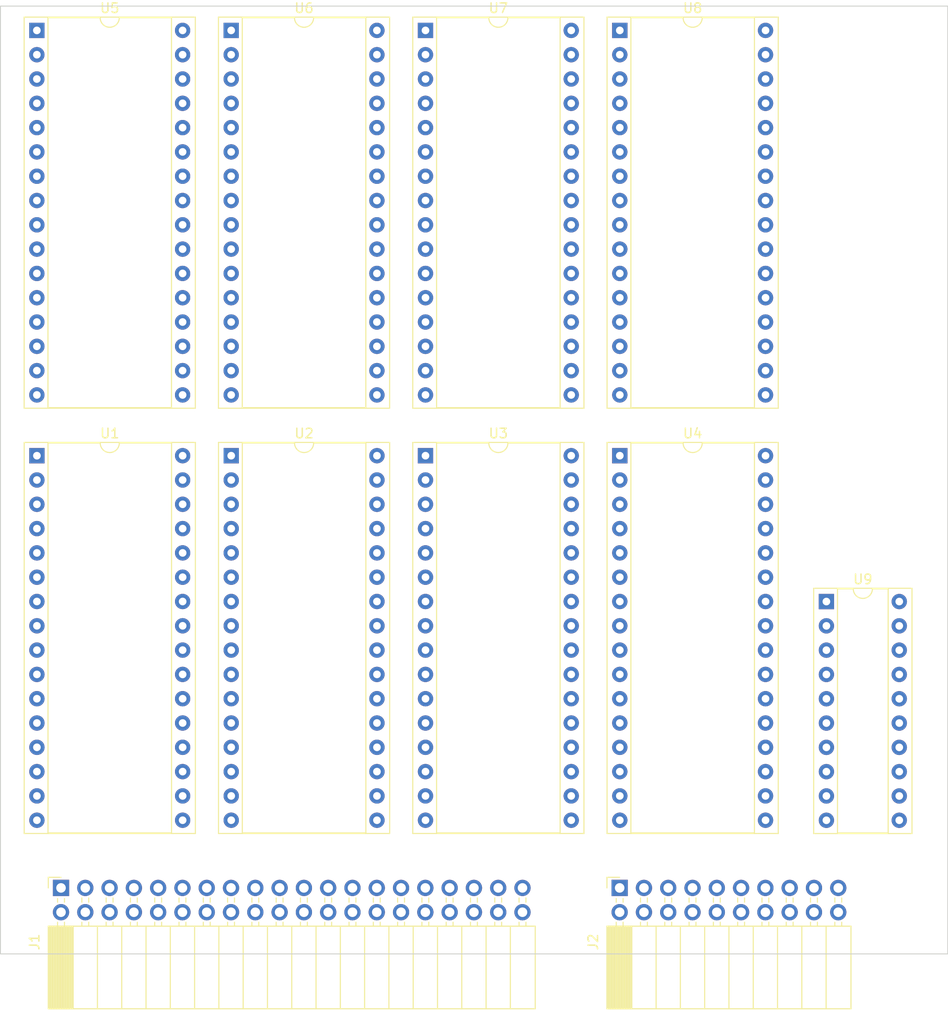
<source format=kicad_pcb>
(kicad_pcb (version 20211014) (generator pcbnew)
  (layers (0 "F.Cu" signal) (31 "B.Cu" signal) (34 "B.Paste" user) (35 "F.Paste" user) (36 "B.SilkS" user "B.Silkscreen") (37 "F.SilkS" user "F.Silkscreen") (38 "B.Mask" user) (39 "F.Mask" user) (44 "Edge.Cuts" user))
  (net 0 "")
  (net 1 "/A18")
  (net 2 "/A16")
  (net 3 "/A14")
  (net 4 "/A12")
  (net 5 "/A7")
  (net 6 "/A6")
  (net 7 "/A5")
  (net 8 "/A4")
  (net 9 "/A3")
  (net 10 "/A2")
  (net 11 "/A1")
  (net 12 "/A0")
  (net 13 "/D0")
  (net 14 "/D1")
  (net 15 "/D2")
  (net 16 "GND")
  (net 17 "/D3")
  (net 18 "/D4")
  (net 19 "/D5")
  (net 20 "/D6")
  (net 21 "/D7")
  (net 22 "/CE0")
  (net 23 "/A10")
  (net 24 "/A11")
  (net 25 "/A9")
  (net 26 "/A8")
  (net 27 "/A13")
  (net 28 "/RW")
  (net 29 "/A17")
  (net 30 "/A15")
  (net 31 "+5V")
  (net 32 "/CE1")
  (net 33 "/CE2")
  (net 34 "/CE3")
  (net 35 "/CE4")
  (net 36 "/CE5")
  (net 37 "/CE6")
  (net 38 "/CE7")
  (net 40 "/~{CS_RAM}")
  (net 41 "/A19")
  (net 42 "/A20")
  (net 43 "/A21")
  (net 44 "/A22")
  (net 45 "/A23")
  (net 78 "VCC")
  (net 79 "/~{CS_ROM}")
  (net 80 "/~{AS}")
  (net 81 "/~{DS}")
  (net 82 "/~{DTACK_EXT}")
  (net 83 "/~{CS_IO}")
  (net 84 "/CLK")
  (net 85 "/IACK")
  (net 86 "/~{IRQ1}")
  (net 87 "/~{IRQ2}")
  (net 88 "/~{IRQ3}")
  (net 89 "/~{IRQ4}")
  (net 90 "/~{IRQ5}")
  (net 91 "/~{IRQ6}")
  (net 92 "/~{IRQ7}")
  (net 93 "/RST_IN")
  (net 94 "/RST_OUT")
  (footprint "Connector_PinSocket_2.54mm:PinSocket_2x20_P2.54mm_Horizontal" (layer "F.Cu") (at 54.59 130.265 90)
    (fp_text reference "J1" (at -5.65 -2.77 90) (layer "F.SilkS"))
    (fp_text value "Conn_02x20_Odd_Even")
    (pad "1" thru_hole rect (at 0 0 90) (size 1.7 1.7) (drill 1) (layers *.Cu *.Mask) (net 16 "GND"))
    (pad "2" thru_hole oval (at -2.54 0 90) (size 1.7 1.7) (drill 1) (layers *.Cu *.Mask) (net 16 "GND"))
    (pad "3" thru_hole oval (at 0 2.54 90) (size 1.7 1.7) (drill 1) (layers *.Cu *.Mask) (net 31 "+5V"))
    (pad "4" thru_hole oval (at -2.54 2.54 90) (size 1.7 1.7) (drill 1) (layers *.Cu *.Mask) (net 31 "+5V"))
    (pad "5" thru_hole oval (at 0 5.08 90) (size 1.7 1.7) (drill 1) (layers *.Cu *.Mask) (net 13 "/D0"))
    (pad "6" thru_hole oval (at -2.54 5.08 90) (size 1.7 1.7) (drill 1) (layers *.Cu *.Mask) (net 14 "/D1"))
    (pad "7" thru_hole oval (at 0 7.62 90) (size 1.7 1.7) (drill 1) (layers *.Cu *.Mask) (net 15 "/D2"))
    (pad "8" thru_hole oval (at -2.54 7.62 90) (size 1.7 1.7) (drill 1) (layers *.Cu *.Mask) (net 17 "/D3"))
    (pad "9" thru_hole oval (at 0 10.16 90) (size 1.7 1.7) (drill 1) (layers *.Cu *.Mask) (net 18 "/D4"))
    (pad "10" thru_hole oval (at -2.54 10.16 90) (size 1.7 1.7) (drill 1) (layers *.Cu *.Mask) (net 19 "/D5"))
    (pad "11" thru_hole oval (at 0 12.7 90) (size 1.7 1.7) (drill 1) (layers *.Cu *.Mask) (net 20 "/D6"))
    (pad "12" thru_hole oval (at -2.54 12.7 90) (size 1.7 1.7) (drill 1) (layers *.Cu *.Mask) (net 21 "/D7"))
    (pad "13" thru_hole oval (at 0 15.24 90) (size 1.7 1.7) (drill 1) (layers *.Cu *.Mask) (net 12 "/A0"))
    (pad "14" thru_hole oval (at -2.54 15.24 90) (size 1.7 1.7) (drill 1) (layers *.Cu *.Mask) (net 11 "/A1"))
    (pad "15" thru_hole oval (at 0 17.78 90) (size 1.7 1.7) (drill 1) (layers *.Cu *.Mask) (net 10 "/A2"))
    (pad "16" thru_hole oval (at -2.54 17.78 90) (size 1.7 1.7) (drill 1) (layers *.Cu *.Mask) (net 9 "/A3"))
    (pad "17" thru_hole oval (at 0 20.32 90) (size 1.7 1.7) (drill 1) (layers *.Cu *.Mask) (net 8 "/A4"))
    (pad "18" thru_hole oval (at -2.54 20.32 90) (size 1.7 1.7) (drill 1) (layers *.Cu *.Mask) (net 7 "/A5"))
    (pad "19" thru_hole oval (at 0 22.86 90) (size 1.7 1.7) (drill 1) (layers *.Cu *.Mask) (net 6 "/A6"))
    (pad "20" thru_hole oval (at -2.54 22.86 90) (size 1.7 1.7) (drill 1) (layers *.Cu *.Mask) (net 5 "/A7"))
    (pad "21" thru_hole oval (at 0 25.4 90) (size 1.7 1.7) (drill 1) (layers *.Cu *.Mask) (net 16 "GND"))
    (pad "22" thru_hole oval (at -2.54 25.4 90) (size 1.7 1.7) (drill 1) (layers *.Cu *.Mask) (net 16 "GND"))
    (pad "23" thru_hole oval (at 0 27.94 90) (size 1.7 1.7) (drill 1) (layers *.Cu *.Mask) (net 26 "/A8"))
    (pad "24" thru_hole oval (at -2.54 27.94 90) (size 1.7 1.7) (drill 1) (layers *.Cu *.Mask) (net 25 "/A9"))
    (pad "25" thru_hole oval (at 0 30.48 90) (size 1.7 1.7) (drill 1) (layers *.Cu *.Mask) (net 23 "/A10"))
    (pad "26" thru_hole oval (at -2.54 30.48 90) (size 1.7 1.7) (drill 1) (layers *.Cu *.Mask) (net 24 "/A11"))
    (pad "27" thru_hole oval (at 0 33.02 90) (size 1.7 1.7) (drill 1) (layers *.Cu *.Mask) (net 4 "/A12"))
    (pad "28" thru_hole oval (at -2.54 33.02 90) (size 1.7 1.7) (drill 1) (layers *.Cu *.Mask) (net 27 "/A13"))
    (pad "29" thru_hole oval (at 0 35.56 90) (size 1.7 1.7) (drill 1) (layers *.Cu *.Mask) (net 3 "/A14"))
    (pad "30" thru_hole oval (at -2.54 35.56 90) (size 1.7 1.7) (drill 1) (layers *.Cu *.Mask) (net 30 "/A15"))
    (pad "31" thru_hole oval (at 0 38.1 90) (size 1.7 1.7) (drill 1) (layers *.Cu *.Mask) (net 80 "/~{AS}"))
    (pad "32" thru_hole oval (at -2.54 38.1 90) (size 1.7 1.7) (drill 1) (layers *.Cu *.Mask) (net 81 "/~{DS}"))
    (pad "33" thru_hole oval (at 0 40.64 90) (size 1.7 1.7) (drill 1) (layers *.Cu *.Mask) (net 28 "/RW"))
    (pad "34" thru_hole oval (at -2.54 40.64 90) (size 1.7 1.7) (drill 1) (layers *.Cu *.Mask) (net 82 "/~{DTACK_EXT}"))
    (pad "35" thru_hole oval (at 0 43.18 90) (size 1.7 1.7) (drill 1) (layers *.Cu *.Mask) (net 79 "/~{CS_ROM}"))
    (pad "36" thru_hole oval (at -2.54 43.18 90) (size 1.7 1.7) (drill 1) (layers *.Cu *.Mask) (net 40 "/~{CS_RAM}"))
    (pad "37" thru_hole oval (at 0 45.72 90) (size 1.7 1.7) (drill 1) (layers *.Cu *.Mask) (net 83 "/~{CS_IO}"))
    (pad "38" thru_hole oval (at -2.54 45.72 90) (size 1.7 1.7) (drill 1) (layers *.Cu *.Mask) (net 84 "/CLK"))
    (pad "39" thru_hole oval (at 0 48.26 90) (size 1.7 1.7) (drill 1) (layers *.Cu *.Mask) (net 16 "GND"))
    (pad "40" thru_hole oval (at -2.54 48.26 90) (size 1.7 1.7) (drill 1) (layers *.Cu *.Mask) (net 16 "GND"))
  )
  (footprint "Package_DIP:DIP-32_W15.24mm_Socket" (layer "F.Cu") (at 92.705 85.09)
    (fp_text reference "U3" (at 7.62 -2.33) (layer "F.SilkS"))
    (fp_text value "AS6C4008-55PCN")
    (pad "1" thru_hole rect (at 0 0) (size 1.6 1.6) (drill 0.8) (layers *.Cu *.Mask) (net 1 "/A18"))
    (pad "2" thru_hole oval (at 0 2.54) (size 1.6 1.6) (drill 0.8) (layers *.Cu *.Mask) (net 2 "/A16"))
    (pad "3" thru_hole oval (at 0 5.08) (size 1.6 1.6) (drill 0.8) (layers *.Cu *.Mask) (net 3 "/A14"))
    (pad "4" thru_hole oval (at 0 7.62) (size 1.6 1.6) (drill 0.8) (layers *.Cu *.Mask) (net 4 "/A12"))
    (pad "5" thru_hole oval (at 0 10.16) (size 1.6 1.6) (drill 0.8) (layers *.Cu *.Mask) (net 5 "/A7"))
    (pad "6" thru_hole oval (at 0 12.7) (size 1.6 1.6) (drill 0.8) (layers *.Cu *.Mask) (net 6 "/A6"))
    (pad "7" thru_hole oval (at 0 15.24) (size 1.6 1.6) (drill 0.8) (layers *.Cu *.Mask) (net 7 "/A5"))
    (pad "8" thru_hole oval (at 0 17.78) (size 1.6 1.6) (drill 0.8) (layers *.Cu *.Mask) (net 8 "/A4"))
    (pad "9" thru_hole oval (at 0 20.32) (size 1.6 1.6) (drill 0.8) (layers *.Cu *.Mask) (net 9 "/A3"))
    (pad "10" thru_hole oval (at 0 22.86) (size 1.6 1.6) (drill 0.8) (layers *.Cu *.Mask) (net 10 "/A2"))
    (pad "11" thru_hole oval (at 0 25.4) (size 1.6 1.6) (drill 0.8) (layers *.Cu *.Mask) (net 11 "/A1"))
    (pad "12" thru_hole oval (at 0 27.94) (size 1.6 1.6) (drill 0.8) (layers *.Cu *.Mask) (net 12 "/A0"))
    (pad "13" thru_hole oval (at 0 30.48) (size 1.6 1.6) (drill 0.8) (layers *.Cu *.Mask) (net 13 "/D0"))
    (pad "14" thru_hole oval (at 0 33.02) (size 1.6 1.6) (drill 0.8) (layers *.Cu *.Mask) (net 14 "/D1"))
    (pad "15" thru_hole oval (at 0 35.56) (size 1.6 1.6) (drill 0.8) (layers *.Cu *.Mask) (net 15 "/D2"))
    (pad "16" thru_hole oval (at 0 38.1) (size 1.6 1.6) (drill 0.8) (layers *.Cu *.Mask) (net 16 "GND"))
    (pad "17" thru_hole oval (at 15.24 38.1) (size 1.6 1.6) (drill 0.8) (layers *.Cu *.Mask) (net 17 "/D3"))
    (pad "18" thru_hole oval (at 15.24 35.56) (size 1.6 1.6) (drill 0.8) (layers *.Cu *.Mask) (net 18 "/D4"))
    (pad "19" thru_hole oval (at 15.24 33.02) (size 1.6 1.6) (drill 0.8) (layers *.Cu *.Mask) (net 19 "/D5"))
    (pad "20" thru_hole oval (at 15.24 30.48) (size 1.6 1.6) (drill 0.8) (layers *.Cu *.Mask) (net 20 "/D6"))
    (pad "21" thru_hole oval (at 15.24 27.94) (size 1.6 1.6) (drill 0.8) (layers *.Cu *.Mask) (net 21 "/D7"))
    (pad "22" thru_hole oval (at 15.24 25.4) (size 1.6 1.6) (drill 0.8) (layers *.Cu *.Mask) (net 33 "/CE2"))
    (pad "23" thru_hole oval (at 15.24 22.86) (size 1.6 1.6) (drill 0.8) (layers *.Cu *.Mask) (net 23 "/A10"))
    (pad "24" thru_hole oval (at 15.24 20.32) (size 1.6 1.6) (drill 0.8) (layers *.Cu *.Mask) (net 16 "GND"))
    (pad "25" thru_hole oval (at 15.24 17.78) (size 1.6 1.6) (drill 0.8) (layers *.Cu *.Mask) (net 24 "/A11"))
    (pad "26" thru_hole oval (at 15.24 15.24) (size 1.6 1.6) (drill 0.8) (layers *.Cu *.Mask) (net 25 "/A9"))
    (pad "27" thru_hole oval (at 15.24 12.7) (size 1.6 1.6) (drill 0.8) (layers *.Cu *.Mask) (net 26 "/A8"))
    (pad "28" thru_hole oval (at 15.24 10.16) (size 1.6 1.6) (drill 0.8) (layers *.Cu *.Mask) (net 27 "/A13"))
    (pad "29" thru_hole oval (at 15.24 7.62) (size 1.6 1.6) (drill 0.8) (layers *.Cu *.Mask) (net 28 "/RW"))
    (pad "30" thru_hole oval (at 15.24 5.08) (size 1.6 1.6) (drill 0.8) (layers *.Cu *.Mask) (net 29 "/A17"))
    (pad "31" thru_hole oval (at 15.24 2.54) (size 1.6 1.6) (drill 0.8) (layers *.Cu *.Mask) (net 30 "/A15"))
    (pad "32" thru_hole oval (at 15.24 0) (size 1.6 1.6) (drill 0.8) (layers *.Cu *.Mask) (net 31 "+5V"))
  )
  (footprint "Connector_PinSocket_2.54mm:PinSocket_2x10_P2.54mm_Horizontal" (layer "F.Cu") (at 113.01 130.265 90)
    (fp_text reference "J2" (at -5.65 -2.77 90) (layer "F.SilkS"))
    (fp_text value "Conn_02x10_Odd_Even")
    (pad "1" thru_hole rect (at 0 0 90) (size 1.7 1.7) (drill 1) (layers *.Cu *.Mask) (net 2 "/A16"))
    (pad "2" thru_hole oval (at -2.54 0 90) (size 1.7 1.7) (drill 1) (layers *.Cu *.Mask) (net 29 "/A17"))
    (pad "3" thru_hole oval (at 0 2.54 90) (size 1.7 1.7) (drill 1) (layers *.Cu *.Mask) (net 1 "/A18"))
    (pad "4" thru_hole oval (at -2.54 2.54 90) (size 1.7 1.7) (drill 1) (layers *.Cu *.Mask) (net 41 "/A19"))
    (pad "5" thru_hole oval (at 0 5.08 90) (size 1.7 1.7) (drill 1) (layers *.Cu *.Mask) (net 42 "/A20"))
    (pad "6" thru_hole oval (at -2.54 5.08 90) (size 1.7 1.7) (drill 1) (layers *.Cu *.Mask) (net 43 "/A21"))
    (pad "7" thru_hole oval (at 0 7.62 90) (size 1.7 1.7) (drill 1) (layers *.Cu *.Mask) (net 44 "/A22"))
    (pad "8" thru_hole oval (at -2.54 7.62 90) (size 1.7 1.7) (drill 1) (layers *.Cu *.Mask) (net 45 "/A23"))
    (pad "9" thru_hole oval (at 0 10.16 90) (size 1.7 1.7) (drill 1) (layers *.Cu *.Mask) (net 85 "/IACK"))
    (pad "10" thru_hole oval (at -2.54 10.16 90) (size 1.7 1.7) (drill 1) (layers *.Cu *.Mask) (net 86 "/~{IRQ1}"))
    (pad "11" thru_hole oval (at 0 12.7 90) (size 1.7 1.7) (drill 1) (layers *.Cu *.Mask) (net 87 "/~{IRQ2}"))
    (pad "12" thru_hole oval (at -2.54 12.7 90) (size 1.7 1.7) (drill 1) (layers *.Cu *.Mask) (net 88 "/~{IRQ3}"))
    (pad "13" thru_hole oval (at 0 15.24 90) (size 1.7 1.7) (drill 1) (layers *.Cu *.Mask) (net 89 "/~{IRQ4}"))
    (pad "14" thru_hole oval (at -2.54 15.24 90) (size 1.7 1.7) (drill 1) (layers *.Cu *.Mask) (net 90 "/~{IRQ5}"))
    (pad "15" thru_hole oval (at 0 17.78 90) (size 1.7 1.7) (drill 1) (layers *.Cu *.Mask) (net 91 "/~{IRQ6}"))
    (pad "16" thru_hole oval (at -2.54 17.78 90) (size 1.7 1.7) (drill 1) (layers *.Cu *.Mask) (net 92 "/~{IRQ7}"))
    (pad "17" thru_hole oval (at 0 20.32 90) (size 1.7 1.7) (drill 1) (layers *.Cu *.Mask) (net 93 "/RST_IN"))
    (pad "18" thru_hole oval (at -2.54 20.32 90) (size 1.7 1.7) (drill 1) (layers *.Cu *.Mask) (net 94 "/RST_OUT"))
    (pad "19" thru_hole oval (at 0 22.86 90) (size 1.7 1.7) (drill 1) (layers *.Cu *.Mask) (net 16 "GND"))
    (pad "20" thru_hole oval (at -2.54 22.86 90) (size 1.7 1.7) (drill 1) (layers *.Cu *.Mask) (net 16 "GND"))
  )
  (footprint "Package_DIP:DIP-32_W15.24mm_Socket" (layer "F.Cu") (at 113.025 40.64)
    (fp_text reference "U8" (at 7.62 -2.33) (layer "F.SilkS"))
    (fp_text value "SST39SF040")
    (pad "1" thru_hole rect (at 0 0) (size 1.6 1.6) (drill 0.8) (layers *.Cu *.Mask))
    (pad "2" thru_hole oval (at 0 2.54) (size 1.6 1.6) (drill 0.8) (layers *.Cu *.Mask))
    (pad "3" thru_hole oval (at 0 5.08) (size 1.6 1.6) (drill 0.8) (layers *.Cu *.Mask))
    (pad "4" thru_hole oval (at 0 7.62) (size 1.6 1.6) (drill 0.8) (layers *.Cu *.Mask))
    (pad "5" thru_hole oval (at 0 10.16) (size 1.6 1.6) (drill 0.8) (layers *.Cu *.Mask))
    (pad "6" thru_hole oval (at 0 12.7) (size 1.6 1.6) (drill 0.8) (layers *.Cu *.Mask))
    (pad "7" thru_hole oval (at 0 15.24) (size 1.6 1.6) (drill 0.8) (layers *.Cu *.Mask))
    (pad "8" thru_hole oval (at 0 17.78) (size 1.6 1.6) (drill 0.8) (layers *.Cu *.Mask))
    (pad "9" thru_hole oval (at 0 20.32) (size 1.6 1.6) (drill 0.8) (layers *.Cu *.Mask))
    (pad "10" thru_hole oval (at 0 22.86) (size 1.6 1.6) (drill 0.8) (layers *.Cu *.Mask))
    (pad "11" thru_hole oval (at 0 25.4) (size 1.6 1.6) (drill 0.8) (layers *.Cu *.Mask))
    (pad "12" thru_hole oval (at 0 27.94) (size 1.6 1.6) (drill 0.8) (layers *.Cu *.Mask))
    (pad "13" thru_hole oval (at 0 30.48) (size 1.6 1.6) (drill 0.8) (layers *.Cu *.Mask))
    (pad "14" thru_hole oval (at 0 33.02) (size 1.6 1.6) (drill 0.8) (layers *.Cu *.Mask))
    (pad "15" thru_hole oval (at 0 35.56) (size 1.6 1.6) (drill 0.8) (layers *.Cu *.Mask))
    (pad "16" thru_hole oval (at 0 38.1) (size 1.6 1.6) (drill 0.8) (layers *.Cu *.Mask) (net 16 "GND"))
    (pad "17" thru_hole oval (at 15.24 38.1) (size 1.6 1.6) (drill 0.8) (layers *.Cu *.Mask))
    (pad "18" thru_hole oval (at 15.24 35.56) (size 1.6 1.6) (drill 0.8) (layers *.Cu *.Mask))
    (pad "19" thru_hole oval (at 15.24 33.02) (size 1.6 1.6) (drill 0.8) (layers *.Cu *.Mask))
    (pad "20" thru_hole oval (at 15.24 30.48) (size 1.6 1.6) (drill 0.8) (layers *.Cu *.Mask))
    (pad "21" thru_hole oval (at 15.24 27.94) (size 1.6 1.6) (drill 0.8) (layers *.Cu *.Mask))
    (pad "22" thru_hole oval (at 15.24 25.4) (size 1.6 1.6) (drill 0.8) (layers *.Cu *.Mask))
    (pad "23" thru_hole oval (at 15.24 22.86) (size 1.6 1.6) (drill 0.8) (layers *.Cu *.Mask))
    (pad "24" thru_hole oval (at 15.24 20.32) (size 1.6 1.6) (drill 0.8) (layers *.Cu *.Mask))
    (pad "25" thru_hole oval (at 15.24 17.78) (size 1.6 1.6) (drill 0.8) (layers *.Cu *.Mask))
    (pad "26" thru_hole oval (at 15.24 15.24) (size 1.6 1.6) (drill 0.8) (layers *.Cu *.Mask))
    (pad "27" thru_hole oval (at 15.24 12.7) (size 1.6 1.6) (drill 0.8) (layers *.Cu *.Mask))
    (pad "28" thru_hole oval (at 15.24 10.16) (size 1.6 1.6) (drill 0.8) (layers *.Cu *.Mask))
    (pad "29" thru_hole oval (at 15.24 7.62) (size 1.6 1.6) (drill 0.8) (layers *.Cu *.Mask))
    (pad "30" thru_hole oval (at 15.24 5.08) (size 1.6 1.6) (drill 0.8) (layers *.Cu *.Mask))
    (pad "31" thru_hole oval (at 15.24 2.54) (size 1.6 1.6) (drill 0.8) (layers *.Cu *.Mask))
    (pad "32" thru_hole oval (at 15.24 0) (size 1.6 1.6) (drill 0.8) (layers *.Cu *.Mask) (net 78 "VCC"))
  )
  (footprint "Package_DIP:DIP-32_W15.24mm_Socket" (layer "F.Cu") (at 92.705 40.64)
    (fp_text reference "U7" (at 7.62 -2.33) (layer "F.SilkS"))
    (fp_text value "AS6C4008-55PCN")
    (pad "1" thru_hole rect (at 0 0) (size 1.6 1.6) (drill 0.8) (layers *.Cu *.Mask) (net 1 "/A18"))
    (pad "2" thru_hole oval (at 0 2.54) (size 1.6 1.6) (drill 0.8) (layers *.Cu *.Mask) (net 2 "/A16"))
    (pad "3" thru_hole oval (at 0 5.08) (size 1.6 1.6) (drill 0.8) (layers *.Cu *.Mask) (net 3 "/A14"))
    (pad "4" thru_hole oval (at 0 7.62) (size 1.6 1.6) (drill 0.8) (layers *.Cu *.Mask) (net 4 "/A12"))
    (pad "5" thru_hole oval (at 0 10.16) (size 1.6 1.6) (drill 0.8) (layers *.Cu *.Mask) (net 5 "/A7"))
    (pad "6" thru_hole oval (at 0 12.7) (size 1.6 1.6) (drill 0.8) (layers *.Cu *.Mask) (net 6 "/A6"))
    (pad "7" thru_hole oval (at 0 15.24) (size 1.6 1.6) (drill 0.8) (layers *.Cu *.Mask) (net 7 "/A5"))
    (pad "8" thru_hole oval (at 0 17.78) (size 1.6 1.6) (drill 0.8) (layers *.Cu *.Mask) (net 8 "/A4"))
    (pad "9" thru_hole oval (at 0 20.32) (size 1.6 1.6) (drill 0.8) (layers *.Cu *.Mask) (net 9 "/A3"))
    (pad "10" thru_hole oval (at 0 22.86) (size 1.6 1.6) (drill 0.8) (layers *.Cu *.Mask) (net 10 "/A2"))
    (pad "11" thru_hole oval (at 0 25.4) (size 1.6 1.6) (drill 0.8) (layers *.Cu *.Mask) (net 11 "/A1"))
    (pad "12" thru_hole oval (at 0 27.94) (size 1.6 1.6) (drill 0.8) (layers *.Cu *.Mask) (net 12 "/A0"))
    (pad "13" thru_hole oval (at 0 30.48) (size 1.6 1.6) (drill 0.8) (layers *.Cu *.Mask) (net 13 "/D0"))
    (pad "14" thru_hole oval (at 0 33.02) (size 1.6 1.6) (drill 0.8) (layers *.Cu *.Mask) (net 14 "/D1"))
    (pad "15" thru_hole oval (at 0 35.56) (size 1.6 1.6) (drill 0.8) (layers *.Cu *.Mask) (net 15 "/D2"))
    (pad "16" thru_hole oval (at 0 38.1) (size 1.6 1.6) (drill 0.8) (layers *.Cu *.Mask) (net 16 "GND"))
    (pad "17" thru_hole oval (at 15.24 38.1) (size 1.6 1.6) (drill 0.8) (layers *.Cu *.Mask) (net 17 "/D3"))
    (pad "18" thru_hole oval (at 15.24 35.56) (size 1.6 1.6) (drill 0.8) (layers *.Cu *.Mask) (net 18 "/D4"))
    (pad "19" thru_hole oval (at 15.24 33.02) (size 1.6 1.6) (drill 0.8) (layers *.Cu *.Mask) (net 19 "/D5"))
    (pad "20" thru_hole oval (at 15.24 30.48) (size 1.6 1.6) (drill 0.8) (layers *.Cu *.Mask) (net 20 "/D6"))
    (pad "21" thru_hole oval (at 15.24 27.94) (size 1.6 1.6) (drill 0.8) (layers *.Cu *.Mask) (net 21 "/D7"))
    (pad "22" thru_hole oval (at 15.24 25.4) (size 1.6 1.6) (drill 0.8) (layers *.Cu *.Mask) (net 37 "/CE6"))
    (pad "23" thru_hole oval (at 15.24 22.86) (size 1.6 1.6) (drill 0.8) (layers *.Cu *.Mask) (net 23 "/A10"))
    (pad "24" thru_hole oval (at 15.24 20.32) (size 1.6 1.6) (drill 0.8) (layers *.Cu *.Mask) (net 16 "GND"))
    (pad "25" thru_hole oval (at 15.24 17.78) (size 1.6 1.6) (drill 0.8) (layers *.Cu *.Mask) (net 24 "/A11"))
    (pad "26" thru_hole oval (at 15.24 15.24) (size 1.6 1.6) (drill 0.8) (layers *.Cu *.Mask) (net 25 "/A9"))
    (pad "27" thru_hole oval (at 15.24 12.7) (size 1.6 1.6) (drill 0.8) (layers *.Cu *.Mask) (net 26 "/A8"))
    (pad "28" thru_hole oval (at 15.24 10.16) (size 1.6 1.6) (drill 0.8) (layers *.Cu *.Mask) (net 27 "/A13"))
    (pad "29" thru_hole oval (at 15.24 7.62) (size 1.6 1.6) (drill 0.8) (layers *.Cu *.Mask) (net 28 "/RW"))
    (pad "30" thru_hole oval (at 15.24 5.08) (size 1.6 1.6) (drill 0.8) (layers *.Cu *.Mask) (net 29 "/A17"))
    (pad "31" thru_hole oval (at 15.24 2.54) (size 1.6 1.6) (drill 0.8) (layers *.Cu *.Mask) (net 30 "/A15"))
    (pad "32" thru_hole oval (at 15.24 0) (size 1.6 1.6) (drill 0.8) (layers *.Cu *.Mask) (net 31 "+5V"))
  )
  (footprint "Package_DIP:DIP-20_W7.62mm_Socket" (layer "F.Cu") (at 134.63 100.335)
    (fp_text reference "U9" (at 3.81 -2.33) (layer "F.SilkS"))
    (fp_text value "GAL16V8")
    (pad "1" thru_hole rect (at 0 0) (size 1.6 1.6) (drill 0.8) (layers *.Cu *.Mask) (net 79 "/~{CS_ROM}"))
    (pad "2" thru_hole oval (at 0 2.54) (size 1.6 1.6) (drill 0.8) (layers *.Cu *.Mask) (net 40 "/~{CS_RAM}"))
    (pad "3" thru_hole oval (at 0 5.08) (size 1.6 1.6) (drill 0.8) (layers *.Cu *.Mask) (net 41 "/A19"))
    (pad "4" thru_hole oval (at 0 7.62) (size 1.6 1.6) (drill 0.8) (layers *.Cu *.Mask) (net 42 "/A20"))
    (pad "5" thru_hole oval (at 0 10.16) (size 1.6 1.6) (drill 0.8) (layers *.Cu *.Mask) (net 43 "/A21"))
    (pad "6" thru_hole oval (at 0 12.7) (size 1.6 1.6) (drill 0.8) (layers *.Cu *.Mask) (net 44 "/A22"))
    (pad "7" thru_hole oval (at 0 15.24) (size 1.6 1.6) (drill 0.8) (layers *.Cu *.Mask) (net 45 "/A23"))
    (pad "8" thru_hole oval (at 0 17.78) (size 1.6 1.6) (drill 0.8) (layers *.Cu *.Mask))
    (pad "9" thru_hole oval (at 0 20.32) (size 1.6 1.6) (drill 0.8) (layers *.Cu *.Mask))
    (pad "10" thru_hole oval (at 0 22.86) (size 1.6 1.6) (drill 0.8) (layers *.Cu *.Mask) (net 16 "GND"))
    (pad "11" thru_hole oval (at 7.62 22.86) (size 1.6 1.6) (drill 0.8) (layers *.Cu *.Mask))
    (pad "12" thru_hole oval (at 7.62 20.32) (size 1.6 1.6) (drill 0.8) (layers *.Cu *.Mask) (net 38 "/CE7"))
    (pad "13" thru_hole oval (at 7.62 17.78) (size 1.6 1.6) (drill 0.8) (layers *.Cu *.Mask) (net 37 "/CE6"))
    (pad "14" thru_hole oval (at 7.62 15.24) (size 1.6 1.6) (drill 0.8) (layers *.Cu *.Mask) (net 36 "/CE5"))
    (pad "15" thru_hole oval (at 7.62 12.7) (size 1.6 1.6) (drill 0.8) (layers *.Cu *.Mask) (net 35 "/CE4"))
    (pad "16" thru_hole oval (at 7.62 10.16) (size 1.6 1.6) (drill 0.8) (layers *.Cu *.Mask) (net 34 "/CE3"))
    (pad "17" thru_hole oval (at 7.62 7.62) (size 1.6 1.6) (drill 0.8) (layers *.Cu *.Mask) (net 33 "/CE2"))
    (pad "18" thru_hole oval (at 7.62 5.08) (size 1.6 1.6) (drill 0.8) (layers *.Cu *.Mask) (net 32 "/CE1"))
    (pad "19" thru_hole oval (at 7.62 2.54) (size 1.6 1.6) (drill 0.8) (layers *.Cu *.Mask) (net 22 "/CE0"))
    (pad "20" thru_hole oval (at 7.62 0) (size 1.6 1.6) (drill 0.8) (layers *.Cu *.Mask) (net 31 "+5V"))
  )
  (footprint "Package_DIP:DIP-32_W15.24mm_Socket" (layer "F.Cu") (at 72.39 85.09)
    (fp_text reference "U2" (at 7.62 -2.33) (layer "F.SilkS"))
    (fp_text value "AS6C4008-55PCN")
    (pad "1" thru_hole rect (at 0 0) (size 1.6 1.6) (drill 0.8) (layers *.Cu *.Mask) (net 1 "/A18"))
    (pad "2" thru_hole oval (at 0 2.54) (size 1.6 1.6) (drill 0.8) (layers *.Cu *.Mask) (net 2 "/A16"))
    (pad "3" thru_hole oval (at 0 5.08) (size 1.6 1.6) (drill 0.8) (layers *.Cu *.Mask) (net 3 "/A14"))
    (pad "4" thru_hole oval (at 0 7.62) (size 1.6 1.6) (drill 0.8) (layers *.Cu *.Mask) (net 4 "/A12"))
    (pad "5" thru_hole oval (at 0 10.16) (size 1.6 1.6) (drill 0.8) (layers *.Cu *.Mask) (net 5 "/A7"))
    (pad "6" thru_hole oval (at 0 12.7) (size 1.6 1.6) (drill 0.8) (layers *.Cu *.Mask) (net 6 "/A6"))
    (pad "7" thru_hole oval (at 0 15.24) (size 1.6 1.6) (drill 0.8) (layers *.Cu *.Mask) (net 7 "/A5"))
    (pad "8" thru_hole oval (at 0 17.78) (size 1.6 1.6) (drill 0.8) (layers *.Cu *.Mask) (net 8 "/A4"))
    (pad "9" thru_hole oval (at 0 20.32) (size 1.6 1.6) (drill 0.8) (layers *.Cu *.Mask) (net 9 "/A3"))
    (pad "10" thru_hole oval (at 0 22.86) (size 1.6 1.6) (drill 0.8) (layers *.Cu *.Mask) (net 10 "/A2"))
    (pad "11" thru_hole oval (at 0 25.4) (size 1.6 1.6) (drill 0.8) (layers *.Cu *.Mask) (net 11 "/A1"))
    (pad "12" thru_hole oval (at 0 27.94) (size 1.6 1.6) (drill 0.8) (layers *.Cu *.Mask) (net 12 "/A0"))
    (pad "13" thru_hole oval (at 0 30.48) (size 1.6 1.6) (drill 0.8) (layers *.Cu *.Mask) (net 13 "/D0"))
    (pad "14" thru_hole oval (at 0 33.02) (size 1.6 1.6) (drill 0.8) (layers *.Cu *.Mask) (net 14 "/D1"))
    (pad "15" thru_hole oval (at 0 35.56) (size 1.6 1.6) (drill 0.8) (layers *.Cu *.Mask) (net 15 "/D2"))
    (pad "16" thru_hole oval (at 0 38.1) (size 1.6 1.6) (drill 0.8) (layers *.Cu *.Mask) (net 16 "GND"))
    (pad "17" thru_hole oval (at 15.24 38.1) (size 1.6 1.6) (drill 0.8) (layers *.Cu *.Mask) (net 17 "/D3"))
    (pad "18" thru_hole oval (at 15.24 35.56) (size 1.6 1.6) (drill 0.8) (layers *.Cu *.Mask) (net 18 "/D4"))
    (pad "19" thru_hole oval (at 15.24 33.02) (size 1.6 1.6) (drill 0.8) (layers *.Cu *.Mask) (net 19 "/D5"))
    (pad "20" thru_hole oval (at 15.24 30.48) (size 1.6 1.6) (drill 0.8) (layers *.Cu *.Mask) (net 20 "/D6"))
    (pad "21" thru_hole oval (at 15.24 27.94) (size 1.6 1.6) (drill 0.8) (layers *.Cu *.Mask) (net 21 "/D7"))
    (pad "22" thru_hole oval (at 15.24 25.4) (size 1.6 1.6) (drill 0.8) (layers *.Cu *.Mask) (net 32 "/CE1"))
    (pad "23" thru_hole oval (at 15.24 22.86) (size 1.6 1.6) (drill 0.8) (layers *.Cu *.Mask) (net 23 "/A10"))
    (pad "24" thru_hole oval (at 15.24 20.32) (size 1.6 1.6) (drill 0.8) (layers *.Cu *.Mask) (net 16 "GND"))
    (pad "25" thru_hole oval (at 15.24 17.78) (size 1.6 1.6) (drill 0.8) (layers *.Cu *.Mask) (net 24 "/A11"))
    (pad "26" thru_hole oval (at 15.24 15.24) (size 1.6 1.6) (drill 0.8) (layers *.Cu *.Mask) (net 25 "/A9"))
    (pad "27" thru_hole oval (at 15.24 12.7) (size 1.6 1.6) (drill 0.8) (layers *.Cu *.Mask) (net 26 "/A8"))
    (pad "28" thru_hole oval (at 15.24 10.16) (size 1.6 1.6) (drill 0.8) (layers *.Cu *.Mask) (net 27 "/A13"))
    (pad "29" thru_hole oval (at 15.24 7.62) (size 1.6 1.6) (drill 0.8) (layers *.Cu *.Mask) (net 28 "/RW"))
    (pad "30" thru_hole oval (at 15.24 5.08) (size 1.6 1.6) (drill 0.8) (layers *.Cu *.Mask) (net 29 "/A17"))
    (pad "31" thru_hole oval (at 15.24 2.54) (size 1.6 1.6) (drill 0.8) (layers *.Cu *.Mask) (net 30 "/A15"))
    (pad "32" thru_hole oval (at 15.24 0) (size 1.6 1.6) (drill 0.8) (layers *.Cu *.Mask) (net 31 "+5V"))
  )
  (footprint "Package_DIP:DIP-32_W15.24mm_Socket" (layer "F.Cu") (at 113.025 85.09)
    (fp_text reference "U4" (at 7.62 -2.33) (layer "F.SilkS"))
    (fp_text value "AS6C4008-55PCN")
    (pad "1" thru_hole rect (at 0 0) (size 1.6 1.6) (drill 0.8) (layers *.Cu *.Mask) (net 1 "/A18"))
    (pad "2" thru_hole oval (at 0 2.54) (size 1.6 1.6) (drill 0.8) (layers *.Cu *.Mask) (net 2 "/A16"))
    (pad "3" thru_hole oval (at 0 5.08) (size 1.6 1.6) (drill 0.8) (layers *.Cu *.Mask) (net 3 "/A14"))
    (pad "4" thru_hole oval (at 0 7.62) (size 1.6 1.6) (drill 0.8) (layers *.Cu *.Mask) (net 4 "/A12"))
    (pad "5" thru_hole oval (at 0 10.16) (size 1.6 1.6) (drill 0.8) (layers *.Cu *.Mask) (net 5 "/A7"))
    (pad "6" thru_hole oval (at 0 12.7) (size 1.6 1.6) (drill 0.8) (layers *.Cu *.Mask) (net 6 "/A6"))
    (pad "7" thru_hole oval (at 0 15.24) (size 1.6 1.6) (drill 0.8) (layers *.Cu *.Mask) (net 7 "/A5"))
    (pad "8" thru_hole oval (at 0 17.78) (size 1.6 1.6) (drill 0.8) (layers *.Cu *.Mask) (net 8 "/A4"))
    (pad "9" thru_hole oval (at 0 20.32) (size 1.6 1.6) (drill 0.8) (layers *.Cu *.Mask) (net 9 "/A3"))
    (pad "10" thru_hole oval (at 0 22.86) (size 1.6 1.6) (drill 0.8) (layers *.Cu *.Mask) (net 10 "/A2"))
    (pad "11" thru_hole oval (at 0 25.4) (size 1.6 1.6) (drill 0.8) (layers *.Cu *.Mask) (net 11 "/A1"))
    (pad "12" thru_hole oval (at 0 27.94) (size 1.6 1.6) (drill 0.8) (layers *.Cu *.Mask) (net 12 "/A0"))
    (pad "13" thru_hole oval (at 0 30.48) (size 1.6 1.6) (drill 0.8) (layers *.Cu *.Mask) (net 13 "/D0"))
    (pad "14" thru_hole oval (at 0 33.02) (size 1.6 1.6) (drill 0.8) (layers *.Cu *.Mask) (net 14 "/D1"))
    (pad "15" thru_hole oval (at 0 35.56) (size 1.6 1.6) (drill 0.8) (layers *.Cu *.Mask) (net 15 "/D2"))
    (pad "16" thru_hole oval (at 0 38.1) (size 1.6 1.6) (drill 0.8) (layers *.Cu *.Mask) (net 16 "GND"))
    (pad "17" thru_hole oval (at 15.24 38.1) (size 1.6 1.6) (drill 0.8) (layers *.Cu *.Mask) (net 17 "/D3"))
    (pad "18" thru_hole oval (at 15.24 35.56) (size 1.6 1.6) (drill 0.8) (layers *.Cu *.Mask) (net 18 "/D4"))
    (pad "19" thru_hole oval (at 15.24 33.02) (size 1.6 1.6) (drill 0.8) (layers *.Cu *.Mask) (net 19 "/D5"))
    (pad "20" thru_hole oval (at 15.24 30.48) (size 1.6 1.6) (drill 0.8) (layers *.Cu *.Mask) (net 20 "/D6"))
    (pad "21" thru_hole oval (at 15.24 27.94) (size 1.6 1.6) (drill 0.8) (layers *.Cu *.Mask) (net 21 "/D7"))
    (pad "22" thru_hole oval (at 15.24 25.4) (size 1.6 1.6) (drill 0.8) (layers *.Cu *.Mask) (net 34 "/CE3"))
    (pad "23" thru_hole oval (at 15.24 22.86) (size 1.6 1.6) (drill 0.8) (layers *.Cu *.Mask) (net 23 "/A10"))
    (pad "24" thru_hole oval (at 15.24 20.32) (size 1.6 1.6) (drill 0.8) (layers *.Cu *.Mask) (net 16 "GND"))
    (pad "25" thru_hole oval (at 15.24 17.78) (size 1.6 1.6) (drill 0.8) (layers *.Cu *.Mask) (net 24 "/A11"))
    (pad "26" thru_hole oval (at 15.24 15.24) (size 1.6 1.6) (drill 0.8) (layers *.Cu *.Mask) (net 25 "/A9"))
    (pad "27" thru_hole oval (at 15.24 12.7) (size 1.6 1.6) (drill 0.8) (layers *.Cu *.Mask) (net 26 "/A8"))
    (pad "28" thru_hole oval (at 15.24 10.16) (size 1.6 1.6) (drill 0.8) (layers *.Cu *.Mask) (net 27 "/A13"))
    (pad "29" thru_hole oval (at 15.24 7.62) (size 1.6 1.6) (drill 0.8) (layers *.Cu *.Mask) (net 28 "/RW"))
    (pad "30" thru_hole oval (at 15.24 5.08) (size 1.6 1.6) (drill 0.8) (layers *.Cu *.Mask) (net 29 "/A17"))
    (pad "31" thru_hole oval (at 15.24 2.54) (size 1.6 1.6) (drill 0.8) (layers *.Cu *.Mask) (net 30 "/A15"))
    (pad "32" thru_hole oval (at 15.24 0) (size 1.6 1.6) (drill 0.8) (layers *.Cu *.Mask) (net 31 "+5V"))
  )
  (footprint "Package_DIP:DIP-32_W15.24mm_Socket" (layer "F.Cu") (at 72.385 40.64)
    (fp_text reference "U6" (at 7.62 -2.33) (layer "F.SilkS"))
    (fp_text value "AS6C4008-55PCN")
    (pad "1" thru_hole rect (at 0 0) (size 1.6 1.6) (drill 0.8) (layers *.Cu *.Mask) (net 1 "/A18"))
    (pad "2" thru_hole oval (at 0 2.54) (size 1.6 1.6) (drill 0.8) (layers *.Cu *.Mask) (net 2 "/A16"))
    (pad "3" thru_hole oval (at 0 5.08) (size 1.6 1.6) (drill 0.8) (layers *.Cu *.Mask) (net 3 "/A14"))
    (pad "4" thru_hole oval (at 0 7.62) (size 1.6 1.6) (drill 0.8) (layers *.Cu *.Mask) (net 4 "/A12"))
    (pad "5" thru_hole oval (at 0 10.16) (size 1.6 1.6) (drill 0.8) (layers *.Cu *.Mask) (net 5 "/A7"))
    (pad "6" thru_hole oval (at 0 12.7) (size 1.6 1.6) (drill 0.8) (layers *.Cu *.Mask) (net 6 "/A6"))
    (pad "7" thru_hole oval (at 0 15.24) (size 1.6 1.6) (drill 0.8) (layers *.Cu *.Mask) (net 7 "/A5"))
    (pad "8" thru_hole oval (at 0 17.78) (size 1.6 1.6) (drill 0.8) (layers *.Cu *.Mask) (net 8 "/A4"))
    (pad "9" thru_hole oval (at 0 20.32) (size 1.6 1.6) (drill 0.8) (layers *.Cu *.Mask) (net 9 "/A3"))
    (pad "10" thru_hole oval (at 0 22.86) (size 1.6 1.6) (drill 0.8) (layers *.Cu *.Mask) (net 10 "/A2"))
    (pad "11" thru_hole oval (at 0 25.4) (size 1.6 1.6) (drill 0.8) (layers *.Cu *.Mask) (net 11 "/A1"))
    (pad "12" thru_hole oval (at 0 27.94) (size 1.6 1.6) (drill 0.8) (layers *.Cu *.Mask) (net 12 "/A0"))
    (pad "13" thru_hole oval (at 0 30.48) (size 1.6 1.6) (drill 0.8) (layers *.Cu *.Mask) (net 13 "/D0"))
    (pad "14" thru_hole oval (at 0 33.02) (size 1.6 1.6) (drill 0.8) (layers *.Cu *.Mask) (net 14 "/D1"))
    (pad "15" thru_hole oval (at 0 35.56) (size 1.6 1.6) (drill 0.8) (layers *.Cu *.Mask) (net 15 "/D2"))
    (pad "16" thru_hole oval (at 0 38.1) (size 1.6 1.6) (drill 0.8) (layers *.Cu *.Mask) (net 16 "GND"))
    (pad "17" thru_hole oval (at 15.24 38.1) (size 1.6 1.6) (drill 0.8) (layers *.Cu *.Mask) (net 17 "/D3"))
    (pad "18" thru_hole oval (at 15.24 35.56) (size 1.6 1.6) (drill 0.8) (layers *.Cu *.Mask) (net 18 "/D4"))
    (pad "19" thru_hole oval (at 15.24 33.02) (size 1.6 1.6) (drill 0.8) (layers *.Cu *.Mask) (net 19 "/D5"))
    (pad "20" thru_hole oval (at 15.24 30.48) (size 1.6 1.6) (drill 0.8) (layers *.Cu *.Mask) (net 20 "/D6"))
    (pad "21" thru_hole oval (at 15.24 27.94) (size 1.6 1.6) (drill 0.8) (layers *.Cu *.Mask) (net 21 "/D7"))
    (pad "22" thru_hole oval (at 15.24 25.4) (size 1.6 1.6) (drill 0.8) (layers *.Cu *.Mask) (net 36 "/CE5"))
    (pad "23" thru_hole oval (at 15.24 22.86) (size 1.6 1.6) (drill 0.8) (layers *.Cu *.Mask) (net 23 "/A10"))
    (pad "24" thru_hole oval (at 15.24 20.32) (size 1.6 1.6) (drill 0.8) (layers *.Cu *.Mask) (net 16 "GND"))
    (pad "25" thru_hole oval (at 15.24 17.78) (size 1.6 1.6) (drill 0.8) (layers *.Cu *.Mask) (net 24 "/A11"))
    (pad "26" thru_hole oval (at 15.24 15.24) (size 1.6 1.6) (drill 0.8) (layers *.Cu *.Mask) (net 25 "/A9"))
    (pad "27" thru_hole oval (at 15.24 12.7) (size 1.6 1.6) (drill 0.8) (layers *.Cu *.Mask) (net 26 "/A8"))
    (pad "28" thru_hole oval (at 15.24 10.16) (size 1.6 1.6) (drill 0.8) (layers *.Cu *.Mask) (net 27 "/A13"))
    (pad "29" thru_hole oval (at 15.24 7.62) (size 1.6 1.6) (drill 0.8) (layers *.Cu *.Mask) (net 28 "/RW"))
    (pad "30" thru_hole oval (at 15.24 5.08) (size 1.6 1.6) (drill 0.8) (layers *.Cu *.Mask) (net 29 "/A17"))
    (pad "31" thru_hole oval (at 15.24 2.54) (size 1.6 1.6) (drill 0.8) (layers *.Cu *.Mask) (net 30 "/A15"))
    (pad "32" thru_hole oval (at 15.24 0) (size 1.6 1.6) (drill 0.8) (layers *.Cu *.Mask) (net 31 "+5V"))
  )
  (footprint "Package_DIP:DIP-32_W15.24mm_Socket" (layer "F.Cu") (at 52.07 85.09)
    (fp_text reference "U1" (at 7.62 -2.33) (layer "F.SilkS"))
    (fp_text value "AS6C4008-55PCN")
    (pad "1" thru_hole rect (at 0 0) (size 1.6 1.6) (drill 0.8) (layers *.Cu *.Mask) (net 1 "/A18"))
    (pad "2" thru_hole oval (at 0 2.54) (size 1.6 1.6) (drill 0.8) (layers *.Cu *.Mask) (net 2 "/A16"))
    (pad "3" thru_hole oval (at 0 5.08) (size 1.6 1.6) (drill 0.8) (layers *.Cu *.Mask) (net 3 "/A14"))
    (pad "4" thru_hole oval (at 0 7.62) (size 1.6 1.6) (drill 0.8) (layers *.Cu *.Mask) (net 4 "/A12"))
    (pad "5" thru_hole oval (at 0 10.16) (size 1.6 1.6) (drill 0.8) (layers *.Cu *.Mask) (net 5 "/A7"))
    (pad "6" thru_hole oval (at 0 12.7) (size 1.6 1.6) (drill 0.8) (layers *.Cu *.Mask) (net 6 "/A6"))
    (pad "7" thru_hole oval (at 0 15.24) (size 1.6 1.6) (drill 0.8) (layers *.Cu *.Mask) (net 7 "/A5"))
    (pad "8" thru_hole oval (at 0 17.78) (size 1.6 1.6) (drill 0.8) (layers *.Cu *.Mask) (net 8 "/A4"))
    (pad "9" thru_hole oval (at 0 20.32) (size 1.6 1.6) (drill 0.8) (layers *.Cu *.Mask) (net 9 "/A3"))
    (pad "10" thru_hole oval (at 0 22.86) (size 1.6 1.6) (drill 0.8) (layers *.Cu *.Mask) (net 10 "/A2"))
    (pad "11" thru_hole oval (at 0 25.4) (size 1.6 1.6) (drill 0.8) (layers *.Cu *.Mask) (net 11 "/A1"))
    (pad "12" thru_hole oval (at 0 27.94) (size 1.6 1.6) (drill 0.8) (layers *.Cu *.Mask) (net 12 "/A0"))
    (pad "13" thru_hole oval (at 0 30.48) (size 1.6 1.6) (drill 0.8) (layers *.Cu *.Mask) (net 13 "/D0"))
    (pad "14" thru_hole oval (at 0 33.02) (size 1.6 1.6) (drill 0.8) (layers *.Cu *.Mask) (net 14 "/D1"))
    (pad "15" thru_hole oval (at 0 35.56) (size 1.6 1.6) (drill 0.8) (layers *.Cu *.Mask) (net 15 "/D2"))
    (pad "16" thru_hole oval (at 0 38.1) (size 1.6 1.6) (drill 0.8) (layers *.Cu *.Mask) (net 16 "GND"))
    (pad "17" thru_hole oval (at 15.24 38.1) (size 1.6 1.6) (drill 0.8) (layers *.Cu *.Mask) (net 17 "/D3"))
    (pad "18" thru_hole oval (at 15.24 35.56) (size 1.6 1.6) (drill 0.8) (layers *.Cu *.Mask) (net 18 "/D4"))
    (pad "19" thru_hole oval (at 15.24 33.02) (size 1.6 1.6) (drill 0.8) (layers *.Cu *.Mask) (net 19 "/D5"))
    (pad "20" thru_hole oval (at 15.24 30.48) (size 1.6 1.6) (drill 0.8) (layers *.Cu *.Mask) (net 20 "/D6"))
    (pad "21" thru_hole oval (at 15.24 27.94) (size 1.6 1.6) (drill 0.8) (layers *.Cu *.Mask) (net 21 "/D7"))
    (pad "22" thru_hole oval (at 15.24 25.4) (size 1.6 1.6) (drill 0.8) (layers *.Cu *.Mask) (net 22 "/CE0"))
    (pad "23" thru_hole oval (at 15.24 22.86) (size 1.6 1.6) (drill 0.8) (layers *.Cu *.Mask) (net 23 "/A10"))
    (pad "24" thru_hole oval (at 15.24 20.32) (size 1.6 1.6) (drill 0.8) (layers *.Cu *.Mask) (net 16 "GND"))
    (pad "25" thru_hole oval (at 15.24 17.78) (size 1.6 1.6) (drill 0.8) (layers *.Cu *.Mask) (net 24 "/A11"))
    (pad "26" thru_hole oval (at 15.24 15.24) (size 1.6 1.6) (drill 0.8) (layers *.Cu *.Mask) (net 25 "/A9"))
    (pad "27" thru_hole oval (at 15.24 12.7) (size 1.6 1.6) (drill 0.8) (layers *.Cu *.Mask) (net 26 "/A8"))
    (pad "28" thru_hole oval (at 15.24 10.16) (size 1.6 1.6) (drill 0.8) (layers *.Cu *.Mask) (net 27 "/A13"))
    (pad "29" thru_hole oval (at 15.24 7.62) (size 1.6 1.6) (drill 0.8) (layers *.Cu *.Mask) (net 28 "/RW"))
    (pad "30" thru_hole oval (at 15.24 5.08) (size 1.6 1.6) (drill 0.8) (layers *.Cu *.Mask) (net 29 "/A17"))
    (pad "31" thru_hole oval (at 15.24 2.54) (size 1.6 1.6) (drill 0.8) (layers *.Cu *.Mask) (net 30 "/A15"))
    (pad "32" thru_hole oval (at 15.24 0) (size 1.6 1.6) (drill 0.8) (layers *.Cu *.Mask) (net 31 "+5V"))
  )
  (footprint "Package_DIP:DIP-32_W15.24mm_Socket" (layer "F.Cu") (at 52.065 40.64)
    (fp_text reference "U5" (at 7.62 -2.33) (layer "F.SilkS"))
    (fp_text value "AS6C4008-55PCN")
    (pad "1" thru_hole rect (at 0 0) (size 1.6 1.6) (drill 0.8) (layers *.Cu *.Mask) (net 1 "/A18"))
    (pad "2" thru_hole oval (at 0 2.54) (size 1.6 1.6) (drill 0.8) (layers *.Cu *.Mask) (net 2 "/A16"))
    (pad "3" thru_hole oval (at 0 5.08) (size 1.6 1.6) (drill 0.8) (layers *.Cu *.Mask) (net 3 "/A14"))
    (pad "4" thru_hole oval (at 0 7.62) (size 1.6 1.6) (drill 0.8) (layers *.Cu *.Mask) (net 4 "/A12"))
    (pad "5" thru_hole oval (at 0 10.16) (size 1.6 1.6) (drill 0.8) (layers *.Cu *.Mask) (net 5 "/A7"))
    (pad "6" thru_hole oval (at 0 12.7) (size 1.6 1.6) (drill 0.8) (layers *.Cu *.Mask) (net 6 "/A6"))
    (pad "7" thru_hole oval (at 0 15.24) (size 1.6 1.6) (drill 0.8) (layers *.Cu *.Mask) (net 7 "/A5"))
    (pad "8" thru_hole oval (at 0 17.78) (size 1.6 1.6) (drill 0.8) (layers *.Cu *.Mask) (net 8 "/A4"))
    (pad "9" thru_hole oval (at 0 20.32) (size 1.6 1.6) (drill 0.8) (layers *.Cu *.Mask) (net 9 "/A3"))
    (pad "10" thru_hole oval (at 0 22.86) (size 1.6 1.6) (drill 0.8) (layers *.Cu *.Mask) (net 10 "/A2"))
    (pad "11" thru_hole oval (at 0 25.4) (size 1.6 1.6) (drill 0.8) (layers *.Cu *.Mask) (net 11 "/A1"))
    (pad "12" thru_hole oval (at 0 27.94) (size 1.6 1.6) (drill 0.8) (layers *.Cu *.Mask) (net 12 "/A0"))
    (pad "13" thru_hole oval (at 0 30.48) (size 1.6 1.6) (drill 0.8) (layers *.Cu *.Mask) (net 13 "/D0"))
    (pad "14" thru_hole oval (at 0 33.02) (size 1.6 1.6) (drill 0.8) (layers *.Cu *.Mask) (net 14 "/D1"))
    (pad "15" thru_hole oval (at 0 35.56) (size 1.6 1.6) (drill 0.8) (layers *.Cu *.Mask) (net 15 "/D2"))
    (pad "16" thru_hole oval (at 0 38.1) (size 1.6 1.6) (drill 0.8) (layers *.Cu *.Mask) (net 16 "GND"))
    (pad "17" thru_hole oval (at 15.24 38.1) (size 1.6 1.6) (drill 0.8) (layers *.Cu *.Mask) (net 17 "/D3"))
    (pad "18" thru_hole oval (at 15.24 35.56) (size 1.6 1.6) (drill 0.8) (layers *.Cu *.Mask) (net 18 "/D4"))
    (pad "19" thru_hole oval (at 15.24 33.02) (size 1.6 1.6) (drill 0.8) (layers *.Cu *.Mask) (net 19 "/D5"))
    (pad "20" thru_hole oval (at 15.24 30.48) (size 1.6 1.6) (drill 0.8) (layers *.Cu *.Mask) (net 20 "/D6"))
    (pad "21" thru_hole oval (at 15.24 27.94) (size 1.6 1.6) (drill 0.8) (layers *.Cu *.Mask) (net 21 "/D7"))
    (pad "22" thru_hole oval (at 15.24 25.4) (size 1.6 1.6) (drill 0.8) (layers *.Cu *.Mask) (net 35 "/CE4"))
    (pad "23" thru_hole oval (at 15.24 22.86) (size 1.6 1.6) (drill 0.8) (layers *.Cu *.Mask) (net 23 "/A10"))
    (pad "24" thru_hole oval (at 15.24 20.32) (size 1.6 1.6) (drill 0.8) (layers *.Cu *.Mask) (net 16 "GND"))
    (pad "25" thru_hole oval (at 15.24 17.78) (size 1.6 1.6) (drill 0.8) (layers *.Cu *.Mask) (net 24 "/A11"))
    (pad "26" thru_hole oval (at 15.24 15.24) (size 1.6 1.6) (drill 0.8) (layers *.Cu *.Mask) (net 25 "/A9"))
    (pad "27" thru_hole oval (at 15.24 12.7) (size 1.6 1.6) (drill 0.8) (layers *.Cu *.Mask) (net 26 "/A8"))
    (pad "28" thru_hole oval (at 15.24 10.16) (size 1.6 1.6) (drill 0.8) (layers *.Cu *.Mask) (net 27 "/A13"))
    (pad "29" thru_hole oval (at 15.24 7.62) (size 1.6 1.6) (drill 0.8) (layers *.Cu *.Mask) (net 28 "/RW"))
    (pad "30" thru_hole oval (at 15.24 5.08) (size 1.6 1.6) (drill 0.8) (layers *.Cu *.Mask) (net 29 "/A17"))
    (pad "31" thru_hole oval (at 15.24 2.54) (size 1.6 1.6) (drill 0.8) (layers *.Cu *.Mask) (net 30 "/A15"))
    (pad "32" thru_hole oval (at 15.24 0) (size 1.6 1.6) (drill 0.8) (layers *.Cu *.Mask) (net 31 "+5V"))
  )
  (gr_rect (start 48.26 38.1) (end 147.32 137.16) (layer "Edge.Cuts") (width 0.1) (fill none))
)
</source>
